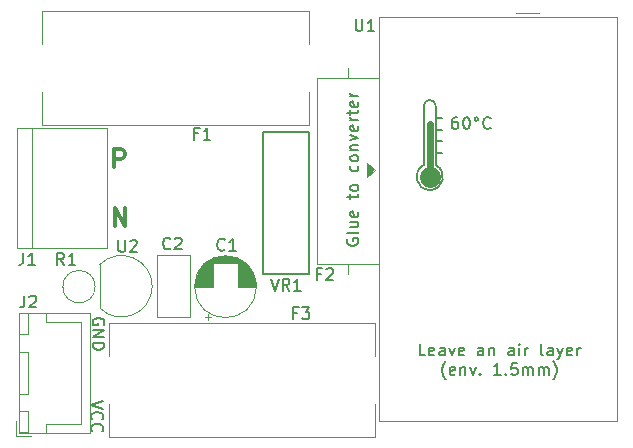
<source format=gbr>
%TF.GenerationSoftware,KiCad,Pcbnew,5.1.2-f72e74a~84~ubuntu18.04.1*%
%TF.CreationDate,2019-07-18T22:24:58+02:00*%
%TF.ProjectId,InWall-ACDC,496e5761-6c6c-42d4-9143-44432e6b6963,1.0*%
%TF.SameCoordinates,PX9a7ec80PY510ff40*%
%TF.FileFunction,Legend,Top*%
%TF.FilePolarity,Positive*%
%FSLAX46Y46*%
G04 Gerber Fmt 4.6, Leading zero omitted, Abs format (unit mm)*
G04 Created by KiCad (PCBNEW 5.1.2-f72e74a~84~ubuntu18.04.1) date 2019-07-18 22:24:58*
%MOMM*%
%LPD*%
G04 APERTURE LIST*
%ADD10C,0.150000*%
%ADD11C,0.600000*%
%ADD12C,1.800000*%
%ADD13C,0.300000*%
%ADD14C,0.100000*%
%ADD15C,0.120000*%
G04 APERTURE END LIST*
D10*
X37333333Y27047620D02*
X37142857Y27047620D01*
X37047619Y27000000D01*
X37000000Y26952381D01*
X36904761Y26809524D01*
X36857142Y26619048D01*
X36857142Y26238096D01*
X36904761Y26142858D01*
X36952380Y26095239D01*
X37047619Y26047620D01*
X37238095Y26047620D01*
X37333333Y26095239D01*
X37380952Y26142858D01*
X37428571Y26238096D01*
X37428571Y26476191D01*
X37380952Y26571429D01*
X37333333Y26619048D01*
X37238095Y26666667D01*
X37047619Y26666667D01*
X36952380Y26619048D01*
X36904761Y26571429D01*
X36857142Y26476191D01*
X38047619Y27047620D02*
X38142857Y27047620D01*
X38238095Y27000000D01*
X38285714Y26952381D01*
X38333333Y26857143D01*
X38380952Y26666667D01*
X38380952Y26428572D01*
X38333333Y26238096D01*
X38285714Y26142858D01*
X38238095Y26095239D01*
X38142857Y26047620D01*
X38047619Y26047620D01*
X37952380Y26095239D01*
X37904761Y26142858D01*
X37857142Y26238096D01*
X37809523Y26428572D01*
X37809523Y26666667D01*
X37857142Y26857143D01*
X37904761Y26952381D01*
X37952380Y27000000D01*
X38047619Y27047620D01*
X38952380Y27047620D02*
X38857142Y27000000D01*
X38809523Y26904762D01*
X38857142Y26809524D01*
X38952380Y26761905D01*
X39047619Y26809524D01*
X39095238Y26904762D01*
X39047619Y27000000D01*
X38952380Y27047620D01*
X40142857Y26142858D02*
X40095238Y26095239D01*
X39952380Y26047620D01*
X39857142Y26047620D01*
X39714285Y26095239D01*
X39619047Y26190477D01*
X39571428Y26285715D01*
X39523809Y26476191D01*
X39523809Y26619048D01*
X39571428Y26809524D01*
X39619047Y26904762D01*
X39714285Y27000000D01*
X39857142Y27047620D01*
X39952380Y27047620D01*
X40095238Y27000000D01*
X40142857Y26952381D01*
X35500000Y24000000D02*
X36000000Y24000000D01*
X35500000Y25000000D02*
X36000000Y25000000D01*
X35500000Y26000000D02*
X36000000Y26000000D01*
X35500000Y27000000D02*
X36000000Y27000000D01*
D11*
X35000000Y22500000D02*
X35000000Y26500000D01*
D12*
X35000000Y22000000D02*
G75*
G03X35000000Y22000000I0J0D01*
G01*
D10*
X34500000Y28000000D02*
G75*
G02X35500000Y28000000I500000J0D01*
G01*
X34500000Y23000000D02*
X34500000Y28000000D01*
X35500000Y23000000D02*
X35500000Y28000000D01*
X35500000Y23000000D02*
G75*
G02X34500000Y23000000I-500000J-1000000D01*
G01*
D13*
X8371428Y17821429D02*
X8371428Y19321429D01*
X9228571Y17821429D01*
X9228571Y19321429D01*
X8307142Y22821429D02*
X8307142Y24321429D01*
X8878571Y24321429D01*
X9021428Y24250000D01*
X9092857Y24178572D01*
X9164285Y24035715D01*
X9164285Y23821429D01*
X9092857Y23678572D01*
X9021428Y23607143D01*
X8878571Y23535715D01*
X8307142Y23535715D01*
D10*
X7400000Y9461905D02*
X7447619Y9557143D01*
X7447619Y9700000D01*
X7400000Y9842858D01*
X7304761Y9938096D01*
X7209523Y9985715D01*
X7019047Y10033334D01*
X6876190Y10033334D01*
X6685714Y9985715D01*
X6590476Y9938096D01*
X6495238Y9842858D01*
X6447619Y9700000D01*
X6447619Y9604762D01*
X6495238Y9461905D01*
X6542857Y9414286D01*
X6876190Y9414286D01*
X6876190Y9604762D01*
X6447619Y8985715D02*
X7447619Y8985715D01*
X6447619Y8414286D01*
X7447619Y8414286D01*
X6447619Y7938096D02*
X7447619Y7938096D01*
X7447619Y7700000D01*
X7400000Y7557143D01*
X7304761Y7461905D01*
X7209523Y7414286D01*
X7019047Y7366667D01*
X6876190Y7366667D01*
X6685714Y7414286D01*
X6590476Y7461905D01*
X6495238Y7557143D01*
X6447619Y7700000D01*
X6447619Y7938096D01*
X7347619Y3033334D02*
X6347619Y2700000D01*
X7347619Y2366667D01*
X6442857Y1461905D02*
X6395238Y1509524D01*
X6347619Y1652381D01*
X6347619Y1747620D01*
X6395238Y1890477D01*
X6490476Y1985715D01*
X6585714Y2033334D01*
X6776190Y2080953D01*
X6919047Y2080953D01*
X7109523Y2033334D01*
X7204761Y1985715D01*
X7300000Y1890477D01*
X7347619Y1747620D01*
X7347619Y1652381D01*
X7300000Y1509524D01*
X7252380Y1461905D01*
X6442857Y461905D02*
X6395238Y509524D01*
X6347619Y652381D01*
X6347619Y747620D01*
X6395238Y890477D01*
X6490476Y985715D01*
X6585714Y1033334D01*
X6776190Y1080953D01*
X6919047Y1080953D01*
X7109523Y1033334D01*
X7204761Y985715D01*
X7300000Y890477D01*
X7347619Y747620D01*
X7347619Y652381D01*
X7300000Y509524D01*
X7252380Y461905D01*
D14*
G36*
X30400000Y22600000D02*
G01*
X29700000Y22000000D01*
X29700000Y23200000D01*
X30400000Y22600000D01*
G37*
X30400000Y22600000D02*
X29700000Y22000000D01*
X29700000Y23200000D01*
X30400000Y22600000D01*
D10*
X28000000Y16742858D02*
X27952380Y16647620D01*
X27952380Y16504762D01*
X28000000Y16361905D01*
X28095238Y16266667D01*
X28190476Y16219048D01*
X28380952Y16171429D01*
X28523809Y16171429D01*
X28714285Y16219048D01*
X28809523Y16266667D01*
X28904761Y16361905D01*
X28952380Y16504762D01*
X28952380Y16600000D01*
X28904761Y16742858D01*
X28857142Y16790477D01*
X28523809Y16790477D01*
X28523809Y16600000D01*
X28952380Y17361905D02*
X28904761Y17266667D01*
X28809523Y17219048D01*
X27952380Y17219048D01*
X28285714Y18171429D02*
X28952380Y18171429D01*
X28285714Y17742858D02*
X28809523Y17742858D01*
X28904761Y17790477D01*
X28952380Y17885715D01*
X28952380Y18028572D01*
X28904761Y18123810D01*
X28857142Y18171429D01*
X28904761Y19028572D02*
X28952380Y18933334D01*
X28952380Y18742858D01*
X28904761Y18647620D01*
X28809523Y18600000D01*
X28428571Y18600000D01*
X28333333Y18647620D01*
X28285714Y18742858D01*
X28285714Y18933334D01*
X28333333Y19028572D01*
X28428571Y19076191D01*
X28523809Y19076191D01*
X28619047Y18600000D01*
X28285714Y20123810D02*
X28285714Y20504762D01*
X27952380Y20266667D02*
X28809523Y20266667D01*
X28904761Y20314286D01*
X28952380Y20409524D01*
X28952380Y20504762D01*
X28952380Y20980953D02*
X28904761Y20885715D01*
X28857142Y20838096D01*
X28761904Y20790477D01*
X28476190Y20790477D01*
X28380952Y20838096D01*
X28333333Y20885715D01*
X28285714Y20980953D01*
X28285714Y21123810D01*
X28333333Y21219048D01*
X28380952Y21266667D01*
X28476190Y21314286D01*
X28761904Y21314286D01*
X28857142Y21266667D01*
X28904761Y21219048D01*
X28952380Y21123810D01*
X28952380Y20980953D01*
X28904761Y22933334D02*
X28952380Y22838096D01*
X28952380Y22647620D01*
X28904761Y22552381D01*
X28857142Y22504762D01*
X28761904Y22457143D01*
X28476190Y22457143D01*
X28380952Y22504762D01*
X28333333Y22552381D01*
X28285714Y22647620D01*
X28285714Y22838096D01*
X28333333Y22933334D01*
X28952380Y23504762D02*
X28904761Y23409524D01*
X28857142Y23361905D01*
X28761904Y23314286D01*
X28476190Y23314286D01*
X28380952Y23361905D01*
X28333333Y23409524D01*
X28285714Y23504762D01*
X28285714Y23647620D01*
X28333333Y23742858D01*
X28380952Y23790477D01*
X28476190Y23838096D01*
X28761904Y23838096D01*
X28857142Y23790477D01*
X28904761Y23742858D01*
X28952380Y23647620D01*
X28952380Y23504762D01*
X28285714Y24266667D02*
X28952380Y24266667D01*
X28380952Y24266667D02*
X28333333Y24314286D01*
X28285714Y24409524D01*
X28285714Y24552381D01*
X28333333Y24647620D01*
X28428571Y24695239D01*
X28952380Y24695239D01*
X28285714Y25076191D02*
X28952380Y25314286D01*
X28285714Y25552381D01*
X28904761Y26314286D02*
X28952380Y26219048D01*
X28952380Y26028572D01*
X28904761Y25933334D01*
X28809523Y25885715D01*
X28428571Y25885715D01*
X28333333Y25933334D01*
X28285714Y26028572D01*
X28285714Y26219048D01*
X28333333Y26314286D01*
X28428571Y26361905D01*
X28523809Y26361905D01*
X28619047Y25885715D01*
X28952380Y26790477D02*
X28285714Y26790477D01*
X28476190Y26790477D02*
X28380952Y26838096D01*
X28333333Y26885715D01*
X28285714Y26980953D01*
X28285714Y27076191D01*
X28285714Y27266667D02*
X28285714Y27647620D01*
X27952380Y27409524D02*
X28809523Y27409524D01*
X28904761Y27457143D01*
X28952380Y27552381D01*
X28952380Y27647620D01*
X28904761Y28361905D02*
X28952380Y28266667D01*
X28952380Y28076191D01*
X28904761Y27980953D01*
X28809523Y27933334D01*
X28428571Y27933334D01*
X28333333Y27980953D01*
X28285714Y28076191D01*
X28285714Y28266667D01*
X28333333Y28361905D01*
X28428571Y28409524D01*
X28523809Y28409524D01*
X28619047Y27933334D01*
X28952380Y28838096D02*
X28285714Y28838096D01*
X28476190Y28838096D02*
X28380952Y28885715D01*
X28333333Y28933334D01*
X28285714Y29028572D01*
X28285714Y29123810D01*
X34638095Y6872620D02*
X34161904Y6872620D01*
X34161904Y7872620D01*
X35352380Y6920239D02*
X35257142Y6872620D01*
X35066666Y6872620D01*
X34971428Y6920239D01*
X34923809Y7015477D01*
X34923809Y7396429D01*
X34971428Y7491667D01*
X35066666Y7539286D01*
X35257142Y7539286D01*
X35352380Y7491667D01*
X35400000Y7396429D01*
X35400000Y7301191D01*
X34923809Y7205953D01*
X36257142Y6872620D02*
X36257142Y7396429D01*
X36209523Y7491667D01*
X36114285Y7539286D01*
X35923809Y7539286D01*
X35828571Y7491667D01*
X36257142Y6920239D02*
X36161904Y6872620D01*
X35923809Y6872620D01*
X35828571Y6920239D01*
X35780952Y7015477D01*
X35780952Y7110715D01*
X35828571Y7205953D01*
X35923809Y7253572D01*
X36161904Y7253572D01*
X36257142Y7301191D01*
X36638095Y7539286D02*
X36876190Y6872620D01*
X37114285Y7539286D01*
X37876190Y6920239D02*
X37780952Y6872620D01*
X37590476Y6872620D01*
X37495238Y6920239D01*
X37447619Y7015477D01*
X37447619Y7396429D01*
X37495238Y7491667D01*
X37590476Y7539286D01*
X37780952Y7539286D01*
X37876190Y7491667D01*
X37923809Y7396429D01*
X37923809Y7301191D01*
X37447619Y7205953D01*
X39542857Y6872620D02*
X39542857Y7396429D01*
X39495238Y7491667D01*
X39400000Y7539286D01*
X39209523Y7539286D01*
X39114285Y7491667D01*
X39542857Y6920239D02*
X39447619Y6872620D01*
X39209523Y6872620D01*
X39114285Y6920239D01*
X39066666Y7015477D01*
X39066666Y7110715D01*
X39114285Y7205953D01*
X39209523Y7253572D01*
X39447619Y7253572D01*
X39542857Y7301191D01*
X40019047Y7539286D02*
X40019047Y6872620D01*
X40019047Y7444048D02*
X40066666Y7491667D01*
X40161904Y7539286D01*
X40304761Y7539286D01*
X40400000Y7491667D01*
X40447619Y7396429D01*
X40447619Y6872620D01*
X42114285Y6872620D02*
X42114285Y7396429D01*
X42066666Y7491667D01*
X41971428Y7539286D01*
X41780952Y7539286D01*
X41685714Y7491667D01*
X42114285Y6920239D02*
X42019047Y6872620D01*
X41780952Y6872620D01*
X41685714Y6920239D01*
X41638095Y7015477D01*
X41638095Y7110715D01*
X41685714Y7205953D01*
X41780952Y7253572D01*
X42019047Y7253572D01*
X42114285Y7301191D01*
X42590476Y6872620D02*
X42590476Y7539286D01*
X42590476Y7872620D02*
X42542857Y7825000D01*
X42590476Y7777381D01*
X42638095Y7825000D01*
X42590476Y7872620D01*
X42590476Y7777381D01*
X43066666Y6872620D02*
X43066666Y7539286D01*
X43066666Y7348810D02*
X43114285Y7444048D01*
X43161904Y7491667D01*
X43257142Y7539286D01*
X43352380Y7539286D01*
X44590476Y6872620D02*
X44495238Y6920239D01*
X44447619Y7015477D01*
X44447619Y7872620D01*
X45400000Y6872620D02*
X45400000Y7396429D01*
X45352380Y7491667D01*
X45257142Y7539286D01*
X45066666Y7539286D01*
X44971428Y7491667D01*
X45400000Y6920239D02*
X45304761Y6872620D01*
X45066666Y6872620D01*
X44971428Y6920239D01*
X44923809Y7015477D01*
X44923809Y7110715D01*
X44971428Y7205953D01*
X45066666Y7253572D01*
X45304761Y7253572D01*
X45400000Y7301191D01*
X45780952Y7539286D02*
X46019047Y6872620D01*
X46257142Y7539286D02*
X46019047Y6872620D01*
X45923809Y6634524D01*
X45876190Y6586905D01*
X45780952Y6539286D01*
X47019047Y6920239D02*
X46923809Y6872620D01*
X46733333Y6872620D01*
X46638095Y6920239D01*
X46590476Y7015477D01*
X46590476Y7396429D01*
X46638095Y7491667D01*
X46733333Y7539286D01*
X46923809Y7539286D01*
X47019047Y7491667D01*
X47066666Y7396429D01*
X47066666Y7301191D01*
X46590476Y7205953D01*
X47495238Y6872620D02*
X47495238Y7539286D01*
X47495238Y7348810D02*
X47542857Y7444048D01*
X47590476Y7491667D01*
X47685714Y7539286D01*
X47780952Y7539286D01*
X36352380Y4841667D02*
X36304761Y4889286D01*
X36209523Y5032143D01*
X36161904Y5127381D01*
X36114285Y5270239D01*
X36066666Y5508334D01*
X36066666Y5698810D01*
X36114285Y5936905D01*
X36161904Y6079762D01*
X36209523Y6175000D01*
X36304761Y6317858D01*
X36352380Y6365477D01*
X37114285Y5270239D02*
X37019047Y5222620D01*
X36828571Y5222620D01*
X36733333Y5270239D01*
X36685714Y5365477D01*
X36685714Y5746429D01*
X36733333Y5841667D01*
X36828571Y5889286D01*
X37019047Y5889286D01*
X37114285Y5841667D01*
X37161904Y5746429D01*
X37161904Y5651191D01*
X36685714Y5555953D01*
X37590476Y5889286D02*
X37590476Y5222620D01*
X37590476Y5794048D02*
X37638095Y5841667D01*
X37733333Y5889286D01*
X37876190Y5889286D01*
X37971428Y5841667D01*
X38019047Y5746429D01*
X38019047Y5222620D01*
X38400000Y5889286D02*
X38638095Y5222620D01*
X38876190Y5889286D01*
X39257142Y5317858D02*
X39304761Y5270239D01*
X39257142Y5222620D01*
X39209523Y5270239D01*
X39257142Y5317858D01*
X39257142Y5222620D01*
X41019047Y5222620D02*
X40447619Y5222620D01*
X40733333Y5222620D02*
X40733333Y6222620D01*
X40638095Y6079762D01*
X40542857Y5984524D01*
X40447619Y5936905D01*
X41447619Y5317858D02*
X41495238Y5270239D01*
X41447619Y5222620D01*
X41400000Y5270239D01*
X41447619Y5317858D01*
X41447619Y5222620D01*
X42400000Y6222620D02*
X41923809Y6222620D01*
X41876190Y5746429D01*
X41923809Y5794048D01*
X42019047Y5841667D01*
X42257142Y5841667D01*
X42352380Y5794048D01*
X42400000Y5746429D01*
X42447619Y5651191D01*
X42447619Y5413096D01*
X42400000Y5317858D01*
X42352380Y5270239D01*
X42257142Y5222620D01*
X42019047Y5222620D01*
X41923809Y5270239D01*
X41876190Y5317858D01*
X42876190Y5222620D02*
X42876190Y5889286D01*
X42876190Y5794048D02*
X42923809Y5841667D01*
X43019047Y5889286D01*
X43161904Y5889286D01*
X43257142Y5841667D01*
X43304761Y5746429D01*
X43304761Y5222620D01*
X43304761Y5746429D02*
X43352380Y5841667D01*
X43447619Y5889286D01*
X43590476Y5889286D01*
X43685714Y5841667D01*
X43733333Y5746429D01*
X43733333Y5222620D01*
X44209523Y5222620D02*
X44209523Y5889286D01*
X44209523Y5794048D02*
X44257142Y5841667D01*
X44352380Y5889286D01*
X44495238Y5889286D01*
X44590476Y5841667D01*
X44638095Y5746429D01*
X44638095Y5222620D01*
X44638095Y5746429D02*
X44685714Y5841667D01*
X44780952Y5889286D01*
X44923809Y5889286D01*
X45019047Y5841667D01*
X45066666Y5746429D01*
X45066666Y5222620D01*
X45447619Y4841667D02*
X45495238Y4889286D01*
X45590476Y5032143D01*
X45638095Y5127381D01*
X45685714Y5270239D01*
X45733333Y5508334D01*
X45733333Y5698810D01*
X45685714Y5936905D01*
X45638095Y6079762D01*
X45590476Y6175000D01*
X45495238Y6317858D01*
X45447619Y6365477D01*
D15*
X15975000Y10145225D02*
X16475000Y10145225D01*
X16225000Y9895225D02*
X16225000Y10395225D01*
X17416000Y15301000D02*
X17984000Y15301000D01*
X17182000Y15261000D02*
X18218000Y15261000D01*
X17023000Y15221000D02*
X18377000Y15221000D01*
X16895000Y15181000D02*
X18505000Y15181000D01*
X16785000Y15141000D02*
X18615000Y15141000D01*
X16689000Y15101000D02*
X18711000Y15101000D01*
X16602000Y15061000D02*
X18798000Y15061000D01*
X16522000Y15021000D02*
X18878000Y15021000D01*
X16449000Y14981000D02*
X18951000Y14981000D01*
X16381000Y14941000D02*
X19019000Y14941000D01*
X16317000Y14901000D02*
X19083000Y14901000D01*
X16257000Y14861000D02*
X19143000Y14861000D01*
X16200000Y14821000D02*
X19200000Y14821000D01*
X16146000Y14781000D02*
X19254000Y14781000D01*
X16095000Y14741000D02*
X19305000Y14741000D01*
X18740000Y14701000D02*
X19353000Y14701000D01*
X16047000Y14701000D02*
X16660000Y14701000D01*
X18740000Y14661000D02*
X19399000Y14661000D01*
X16001000Y14661000D02*
X16660000Y14661000D01*
X18740000Y14621000D02*
X19443000Y14621000D01*
X15957000Y14621000D02*
X16660000Y14621000D01*
X18740000Y14581000D02*
X19485000Y14581000D01*
X15915000Y14581000D02*
X16660000Y14581000D01*
X18740000Y14541000D02*
X19526000Y14541000D01*
X15874000Y14541000D02*
X16660000Y14541000D01*
X18740000Y14501000D02*
X19564000Y14501000D01*
X15836000Y14501000D02*
X16660000Y14501000D01*
X18740000Y14461000D02*
X19601000Y14461000D01*
X15799000Y14461000D02*
X16660000Y14461000D01*
X18740000Y14421000D02*
X19637000Y14421000D01*
X15763000Y14421000D02*
X16660000Y14421000D01*
X18740000Y14381000D02*
X19671000Y14381000D01*
X15729000Y14381000D02*
X16660000Y14381000D01*
X18740000Y14341000D02*
X19704000Y14341000D01*
X15696000Y14341000D02*
X16660000Y14341000D01*
X18740000Y14301000D02*
X19735000Y14301000D01*
X15665000Y14301000D02*
X16660000Y14301000D01*
X18740000Y14261000D02*
X19765000Y14261000D01*
X15635000Y14261000D02*
X16660000Y14261000D01*
X18740000Y14221000D02*
X19795000Y14221000D01*
X15605000Y14221000D02*
X16660000Y14221000D01*
X18740000Y14181000D02*
X19822000Y14181000D01*
X15578000Y14181000D02*
X16660000Y14181000D01*
X18740000Y14141000D02*
X19849000Y14141000D01*
X15551000Y14141000D02*
X16660000Y14141000D01*
X18740000Y14101000D02*
X19875000Y14101000D01*
X15525000Y14101000D02*
X16660000Y14101000D01*
X18740000Y14061000D02*
X19900000Y14061000D01*
X15500000Y14061000D02*
X16660000Y14061000D01*
X18740000Y14021000D02*
X19924000Y14021000D01*
X15476000Y14021000D02*
X16660000Y14021000D01*
X18740000Y13981000D02*
X19947000Y13981000D01*
X15453000Y13981000D02*
X16660000Y13981000D01*
X18740000Y13941000D02*
X19968000Y13941000D01*
X15432000Y13941000D02*
X16660000Y13941000D01*
X18740000Y13901000D02*
X19990000Y13901000D01*
X15410000Y13901000D02*
X16660000Y13901000D01*
X18740000Y13861000D02*
X20010000Y13861000D01*
X15390000Y13861000D02*
X16660000Y13861000D01*
X18740000Y13821000D02*
X20029000Y13821000D01*
X15371000Y13821000D02*
X16660000Y13821000D01*
X18740000Y13781000D02*
X20048000Y13781000D01*
X15352000Y13781000D02*
X16660000Y13781000D01*
X18740000Y13741000D02*
X20065000Y13741000D01*
X15335000Y13741000D02*
X16660000Y13741000D01*
X18740000Y13701000D02*
X20082000Y13701000D01*
X15318000Y13701000D02*
X16660000Y13701000D01*
X18740000Y13661000D02*
X20098000Y13661000D01*
X15302000Y13661000D02*
X16660000Y13661000D01*
X18740000Y13621000D02*
X20114000Y13621000D01*
X15286000Y13621000D02*
X16660000Y13621000D01*
X18740000Y13581000D02*
X20128000Y13581000D01*
X15272000Y13581000D02*
X16660000Y13581000D01*
X18740000Y13541000D02*
X20142000Y13541000D01*
X15258000Y13541000D02*
X16660000Y13541000D01*
X18740000Y13501000D02*
X20155000Y13501000D01*
X15245000Y13501000D02*
X16660000Y13501000D01*
X18740000Y13461000D02*
X20168000Y13461000D01*
X15232000Y13461000D02*
X16660000Y13461000D01*
X18740000Y13421000D02*
X20180000Y13421000D01*
X15220000Y13421000D02*
X16660000Y13421000D01*
X18740000Y13380000D02*
X20191000Y13380000D01*
X15209000Y13380000D02*
X16660000Y13380000D01*
X18740000Y13340000D02*
X20201000Y13340000D01*
X15199000Y13340000D02*
X16660000Y13340000D01*
X18740000Y13300000D02*
X20211000Y13300000D01*
X15189000Y13300000D02*
X16660000Y13300000D01*
X18740000Y13260000D02*
X20220000Y13260000D01*
X15180000Y13260000D02*
X16660000Y13260000D01*
X18740000Y13220000D02*
X20228000Y13220000D01*
X15172000Y13220000D02*
X16660000Y13220000D01*
X18740000Y13180000D02*
X20236000Y13180000D01*
X15164000Y13180000D02*
X16660000Y13180000D01*
X18740000Y13140000D02*
X20243000Y13140000D01*
X15157000Y13140000D02*
X16660000Y13140000D01*
X18740000Y13100000D02*
X20250000Y13100000D01*
X15150000Y13100000D02*
X16660000Y13100000D01*
X18740000Y13060000D02*
X20256000Y13060000D01*
X15144000Y13060000D02*
X16660000Y13060000D01*
X18740000Y13020000D02*
X20261000Y13020000D01*
X15139000Y13020000D02*
X16660000Y13020000D01*
X18740000Y12980000D02*
X20265000Y12980000D01*
X15135000Y12980000D02*
X16660000Y12980000D01*
X18740000Y12940000D02*
X20269000Y12940000D01*
X15131000Y12940000D02*
X16660000Y12940000D01*
X18740000Y12900000D02*
X20273000Y12900000D01*
X15127000Y12900000D02*
X16660000Y12900000D01*
X18740000Y12860000D02*
X20276000Y12860000D01*
X15124000Y12860000D02*
X16660000Y12860000D01*
X18740000Y12820000D02*
X20278000Y12820000D01*
X15122000Y12820000D02*
X16660000Y12820000D01*
X18740000Y12780000D02*
X20279000Y12780000D01*
X15121000Y12780000D02*
X16660000Y12780000D01*
X15120000Y12740000D02*
X16660000Y12740000D01*
X18740000Y12740000D02*
X20280000Y12740000D01*
X15120000Y12700000D02*
X16660000Y12700000D01*
X18740000Y12700000D02*
X20280000Y12700000D01*
X20320000Y12700000D02*
G75*
G03X20320000Y12700000I-2620000J0D01*
G01*
X44290000Y35880000D02*
X42280000Y35880000D01*
X50890000Y1290000D02*
X50890000Y35490000D01*
X30690000Y1290000D02*
X50890000Y1290000D01*
X30690000Y35490000D02*
X30690000Y1290000D01*
X50890000Y35490000D02*
X30690000Y35490000D01*
X7061522Y10891522D02*
G75*
G03X11500000Y12730000I1838478J1838478D01*
G01*
X7061522Y14568478D02*
G75*
G02X11500000Y12730000I1838478J-1838478D01*
G01*
X7050000Y14530000D02*
X7050000Y10930000D01*
X3930000Y12700000D02*
X3860000Y12700000D01*
X6670000Y12700000D02*
G75*
G03X6670000Y12700000I-1370000J0D01*
G01*
X-50000Y50000D02*
X1200000Y50000D01*
X-50000Y1300000D02*
X-50000Y50000D01*
X5450000Y9700000D02*
X5450000Y5400000D01*
X2500000Y9700000D02*
X5450000Y9700000D01*
X2500000Y10450000D02*
X2500000Y9700000D01*
X5450000Y1100000D02*
X5450000Y5400000D01*
X2500000Y1100000D02*
X5450000Y1100000D01*
X2500000Y350000D02*
X2500000Y1100000D01*
X250000Y10450000D02*
X250000Y8650000D01*
X1000000Y10450000D02*
X250000Y10450000D01*
X1000000Y8650000D02*
X1000000Y10450000D01*
X250000Y8650000D02*
X1000000Y8650000D01*
X250000Y2150000D02*
X250000Y350000D01*
X1000000Y2150000D02*
X250000Y2150000D01*
X1000000Y350000D02*
X1000000Y2150000D01*
X250000Y350000D02*
X1000000Y350000D01*
X250000Y7150000D02*
X250000Y3650000D01*
X1000000Y7150000D02*
X250000Y7150000D01*
X1000000Y3650000D02*
X1000000Y7150000D01*
X250000Y3650000D02*
X1000000Y3650000D01*
X240000Y10460000D02*
X240000Y340000D01*
X6210000Y10460000D02*
X240000Y10460000D01*
X6210000Y340000D02*
X6210000Y10460000D01*
X240000Y340000D02*
X6210000Y340000D01*
X28100000Y31180000D02*
X28100000Y30330000D01*
X28100000Y13740000D02*
X28100000Y14590000D01*
X25480000Y30330000D02*
X25480000Y14590000D01*
X30720000Y30330000D02*
X25480000Y30330000D01*
X30720000Y14590000D02*
X30720000Y30330000D01*
X25480000Y14590000D02*
X30720000Y14590000D01*
D10*
X20850000Y13750000D02*
X24750000Y13750000D01*
X20850000Y25750000D02*
X24750000Y25750000D01*
X20850000Y13750000D02*
X20850000Y25750000D01*
X24750000Y13750000D02*
X24750000Y25750000D01*
D15*
X90000Y26140000D02*
X90000Y15980000D01*
X7710000Y26140000D02*
X90000Y26140000D01*
X7710000Y15980000D02*
X7710000Y26140000D01*
X90000Y15980000D02*
X7710000Y15980000D01*
X1360000Y15980000D02*
X1360000Y26140000D01*
X7800000Y0D02*
X7800000Y2800000D01*
X7800000Y0D02*
X30400000Y0D01*
X7800000Y9600000D02*
X30400000Y9600000D01*
X7800000Y6800000D02*
X7800000Y9600000D01*
X30400000Y6800000D02*
X30400000Y9600000D01*
X30400000Y0D02*
X30400000Y2800000D01*
X24800000Y36000000D02*
X24800000Y33200000D01*
X24800000Y36000000D02*
X2200000Y36000000D01*
X24800000Y26400000D02*
X2200000Y26400000D01*
X24800000Y29200000D02*
X24800000Y26400000D01*
X2200000Y29200000D02*
X2200000Y26400000D01*
X2200000Y36000000D02*
X2200000Y33200000D01*
X11930000Y15370000D02*
X14670000Y15370000D01*
X11930000Y10130000D02*
X14670000Y10130000D01*
X14670000Y10130000D02*
X14670000Y15370000D01*
X11930000Y10130000D02*
X11930000Y15370000D01*
D10*
X17633333Y15842858D02*
X17585714Y15795239D01*
X17442857Y15747620D01*
X17347619Y15747620D01*
X17204761Y15795239D01*
X17109523Y15890477D01*
X17061904Y15985715D01*
X17014285Y16176191D01*
X17014285Y16319048D01*
X17061904Y16509524D01*
X17109523Y16604762D01*
X17204761Y16700000D01*
X17347619Y16747620D01*
X17442857Y16747620D01*
X17585714Y16700000D01*
X17633333Y16652381D01*
X18585714Y15747620D02*
X18014285Y15747620D01*
X18300000Y15747620D02*
X18300000Y16747620D01*
X18204761Y16604762D01*
X18109523Y16509524D01*
X18014285Y16461905D01*
X28728095Y35337620D02*
X28728095Y34528096D01*
X28775714Y34432858D01*
X28823333Y34385239D01*
X28918571Y34337620D01*
X29109047Y34337620D01*
X29204285Y34385239D01*
X29251904Y34432858D01*
X29299523Y34528096D01*
X29299523Y35337620D01*
X30299523Y34337620D02*
X29728095Y34337620D01*
X30013809Y34337620D02*
X30013809Y35337620D01*
X29918571Y35194762D01*
X29823333Y35099524D01*
X29728095Y35051905D01*
X8638095Y16647620D02*
X8638095Y15838096D01*
X8685714Y15742858D01*
X8733333Y15695239D01*
X8828571Y15647620D01*
X9019047Y15647620D01*
X9114285Y15695239D01*
X9161904Y15742858D01*
X9209523Y15838096D01*
X9209523Y16647620D01*
X9638095Y16552381D02*
X9685714Y16600000D01*
X9780952Y16647620D01*
X10019047Y16647620D01*
X10114285Y16600000D01*
X10161904Y16552381D01*
X10209523Y16457143D01*
X10209523Y16361905D01*
X10161904Y16219048D01*
X9590476Y15647620D01*
X10209523Y15647620D01*
X4033333Y14547620D02*
X3700000Y15023810D01*
X3461904Y14547620D02*
X3461904Y15547620D01*
X3842857Y15547620D01*
X3938095Y15500000D01*
X3985714Y15452381D01*
X4033333Y15357143D01*
X4033333Y15214286D01*
X3985714Y15119048D01*
X3938095Y15071429D01*
X3842857Y15023810D01*
X3461904Y15023810D01*
X4985714Y14547620D02*
X4414285Y14547620D01*
X4700000Y14547620D02*
X4700000Y15547620D01*
X4604761Y15404762D01*
X4509523Y15309524D01*
X4414285Y15261905D01*
X666666Y11947620D02*
X666666Y11233334D01*
X619047Y11090477D01*
X523809Y10995239D01*
X380952Y10947620D01*
X285714Y10947620D01*
X1095238Y11852381D02*
X1142857Y11900000D01*
X1238095Y11947620D01*
X1476190Y11947620D01*
X1571428Y11900000D01*
X1619047Y11852381D01*
X1666666Y11757143D01*
X1666666Y11661905D01*
X1619047Y11519048D01*
X1047619Y10947620D01*
X1666666Y10947620D01*
X25766666Y13771429D02*
X25433333Y13771429D01*
X25433333Y13247620D02*
X25433333Y14247620D01*
X25909523Y14247620D01*
X26242857Y14152381D02*
X26290476Y14200000D01*
X26385714Y14247620D01*
X26623809Y14247620D01*
X26719047Y14200000D01*
X26766666Y14152381D01*
X26814285Y14057143D01*
X26814285Y13961905D01*
X26766666Y13819048D01*
X26195238Y13247620D01*
X26814285Y13247620D01*
X21550476Y13357620D02*
X21883809Y12357620D01*
X22217142Y13357620D01*
X23121904Y12357620D02*
X22788571Y12833810D01*
X22550476Y12357620D02*
X22550476Y13357620D01*
X22931428Y13357620D01*
X23026666Y13310000D01*
X23074285Y13262381D01*
X23121904Y13167143D01*
X23121904Y13024286D01*
X23074285Y12929048D01*
X23026666Y12881429D01*
X22931428Y12833810D01*
X22550476Y12833810D01*
X24074285Y12357620D02*
X23502857Y12357620D01*
X23788571Y12357620D02*
X23788571Y13357620D01*
X23693333Y13214762D01*
X23598095Y13119524D01*
X23502857Y13071905D01*
X566666Y15547620D02*
X566666Y14833334D01*
X519047Y14690477D01*
X423809Y14595239D01*
X280952Y14547620D01*
X185714Y14547620D01*
X1566666Y14547620D02*
X995238Y14547620D01*
X1280952Y14547620D02*
X1280952Y15547620D01*
X1185714Y15404762D01*
X1090476Y15309524D01*
X995238Y15261905D01*
X23766666Y10471429D02*
X23433333Y10471429D01*
X23433333Y9947620D02*
X23433333Y10947620D01*
X23909523Y10947620D01*
X24195238Y10947620D02*
X24814285Y10947620D01*
X24480952Y10566667D01*
X24623809Y10566667D01*
X24719047Y10519048D01*
X24766666Y10471429D01*
X24814285Y10376191D01*
X24814285Y10138096D01*
X24766666Y10042858D01*
X24719047Y9995239D01*
X24623809Y9947620D01*
X24338095Y9947620D01*
X24242857Y9995239D01*
X24195238Y10042858D01*
X15366666Y25671429D02*
X15033333Y25671429D01*
X15033333Y25147620D02*
X15033333Y26147620D01*
X15509523Y26147620D01*
X16414285Y25147620D02*
X15842857Y25147620D01*
X16128571Y25147620D02*
X16128571Y26147620D01*
X16033333Y26004762D01*
X15938095Y25909524D01*
X15842857Y25861905D01*
X13033333Y15942858D02*
X12985714Y15895239D01*
X12842857Y15847620D01*
X12747619Y15847620D01*
X12604761Y15895239D01*
X12509523Y15990477D01*
X12461904Y16085715D01*
X12414285Y16276191D01*
X12414285Y16419048D01*
X12461904Y16609524D01*
X12509523Y16704762D01*
X12604761Y16800000D01*
X12747619Y16847620D01*
X12842857Y16847620D01*
X12985714Y16800000D01*
X13033333Y16752381D01*
X13414285Y16752381D02*
X13461904Y16800000D01*
X13557142Y16847620D01*
X13795238Y16847620D01*
X13890476Y16800000D01*
X13938095Y16752381D01*
X13985714Y16657143D01*
X13985714Y16561905D01*
X13938095Y16419048D01*
X13366666Y15847620D01*
X13985714Y15847620D01*
M02*

</source>
